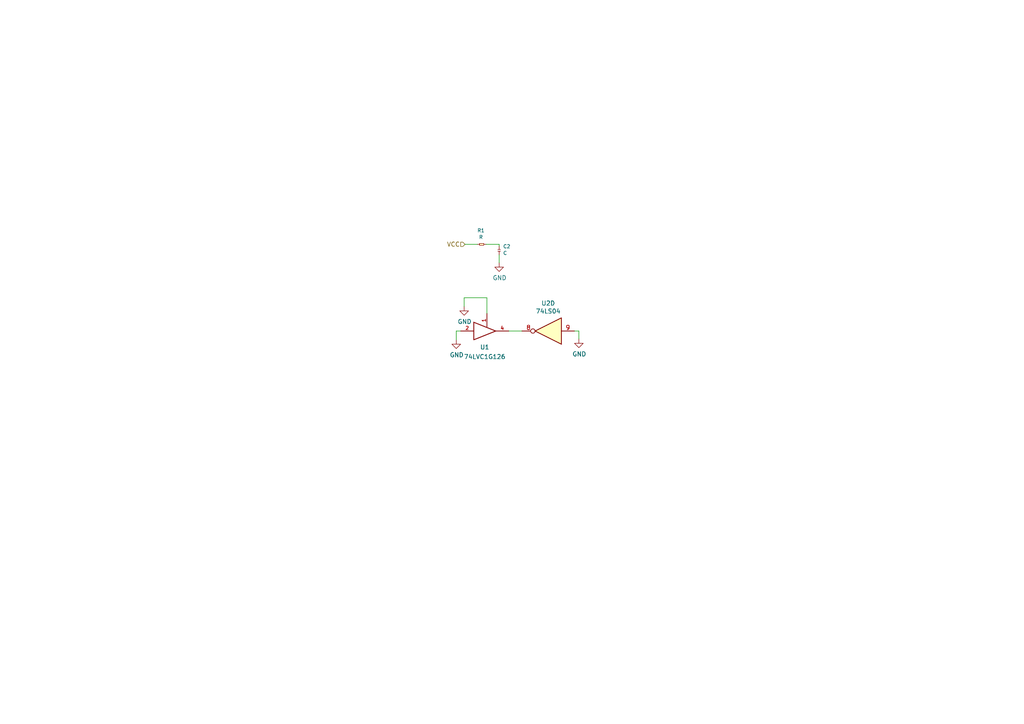
<source format=kicad_sch>
(kicad_sch (version 20211123) (generator eeschema)
  (paper "A4")
  (lib_symbols
    (symbol "74xx:74LS04"
      (property "Reference" "U" (at 0 1.27 0))
      (property "Value" "74LS04" (at 0 -1.27 0))
      (symbol "74LS04_1_0"
        (polyline (pts (xy -3.81 3.81) (xy -3.81 -3.81) (xy 3.81 0) (xy -3.81 3.81)) (stroke (width 0.254)) (fill (type background)))
        (pin input line (at -7.62 0 0) (length 3.81) (name "~") (number "1"))
        (pin output inverted (at 7.62 0 180) (length 3.81) (name "~") (number "2"))
      )
      (symbol "74LS04_2_0"
        (polyline (pts (xy -3.81 3.81) (xy -3.81 -3.81) (xy 3.81 0) (xy -3.81 3.81)) (stroke (width 0.254)) (fill (type background)))
        (pin input line (at -7.62 0 0) (length 3.81) (name "~") (number "3"))
        (pin output inverted (at 7.62 0 180) (length 3.81) (name "~") (number "4"))
      )
      (symbol "74LS04_3_0"
        (polyline (pts (xy -3.81 3.81) (xy -3.81 -3.81) (xy 3.81 0) (xy -3.81 3.81)) (stroke (width 0.254)) (fill (type background)))
        (pin input line (at -7.62 0 0) (length 3.81) (name "~") (number "5"))
        (pin output inverted (at 7.62 0 180) (length 3.81) (name "~") (number "6"))
      )
      (symbol "74LS04_4_0"
        (polyline (pts (xy -3.81 3.81) (xy -3.81 -3.81) (xy 3.81 0) (xy -3.81 3.81)) (stroke (width 0.254)) (fill (type background)))
        (pin output inverted (at 7.62 0 180) (length 3.81) (name "~") (number "8"))
        (pin input line (at -7.62 0 0) (length 3.81) (name "~") (number "9"))
      )
      (symbol "74LS04_5_0"
        (polyline (pts (xy -3.81 3.81) (xy -3.81 -3.81) (xy 3.81 0) (xy -3.81 3.81)) (stroke (width 0.254)) (fill (type background)))
        (pin output inverted (at 7.62 0 180) (length 3.81) (name "~") (number "10"))
        (pin input line (at -7.62 0 0) (length 3.81) (name "~") (number "11"))
      )
      (symbol "74LS04_6_0"
        (polyline (pts (xy -3.81 3.81) (xy -3.81 -3.81) (xy 3.81 0) (xy -3.81 3.81)) (stroke (width 0.254)) (fill (type background)))
        (pin output inverted (at 7.62 0 180) (length 3.81) (name "~") (number "12"))
        (pin input line (at -7.62 0 0) (length 3.81) (name "~") (number "13"))
      )
      (symbol "74LS04_7_0"
        (pin power_in line (at 0 12.7 270) (length 5.08) (name "VCC") (number "14"))
        (pin power_in line (at 0 -12.7 90) (length 5.08) (name "GND") (number "7"))
      )
      (symbol "74LS04_7_1"
        (rectangle (start -5.08 7.62) (end 5.08 -7.62) (stroke (width 0.254)) (fill (type background)))
      )
    )
    (symbol "power:GND" (power) (pin_names (offset 0))
      (property "Value" "GND" (at 0 -3.81 0))
      (symbol "GND_0_1"
        (polyline (pts (xy 0 0) (xy 0 -1.27) (xy 1.27 -1.27) (xy 0 -2.54) (xy -1.27 -1.27) (xy 0 -1.27)))
      )
      (symbol "GND_1_1"
        (pin power_in line (at 0 0 270) (length 0) hide (name "GND") (number "1"))
      )
    )
    (symbol "warning-project-rescue:74LVC1G126" (pin_names (offset 1.016))
      (property "Reference" "U" (at -2.54 3.81 0))
      (property "Value" "74LVC1G126" (at 0 -3.81 0))
      (symbol "74LVC1G126_0_1"
        (polyline (pts (xy -3.81 2.54) (xy -3.81 -2.54) (xy 2.54 0) (xy -3.81 2.54)) (stroke (width 0.254)))
      )
      (symbol "74LVC1G126_1_1"
        (pin input line (at 0 5.08 270) (length 3.937) (name "~") (number "1"))
        (pin input line (at -7.62 0 0) (length 3.81) (name "~") (number "2"))
        (pin power_in line (at 1.27 -1.27 270) (length 0) hide (name "GND") (number "3"))
        (pin tri_state line (at 6.35 0 180) (length 3.81) (name "~") (number "4"))
        (pin power_in line (at 1.27 1.27 90) (length 0) hide (name "VCC") (number "5"))
      )
    )
    (symbol "warning-project-rescue:C-passive" (pin_numbers hide) (pin_names (offset 1.016) hide)
      (property "Reference" "C" (at 0 1.27 0))
      (property "Value" "C-passive" (at 0 -1.27 0))
      (symbol "C-passive_0_1"
        (polyline (pts (xy -0.635 0) (xy -1.27 0)))
        (polyline (pts (xy -0.635 0) (xy -0.381 0)))
        (polyline (pts (xy -0.254 0.381) (xy -0.254 -0.381)))
        (polyline (pts (xy 0.254 0.381) (xy 0.254 -0.381)))
        (polyline (pts (xy 0.635 0) (xy 0.254 0)))
        (polyline (pts (xy 1.27 0) (xy 0.635 0)))
      )
      (symbol "C-passive_1_1"
        (pin passive line (at -1.27 0 0) (length 0) (name "1") (number "1"))
        (pin passive line (at 1.27 0 0) (length 0) (name "2") (number "2"))
      )
    )
    (symbol "warning-project-rescue:R-passive" (pin_numbers hide) (pin_names (offset 1.016) hide)
      (property "Reference" "R" (at 0 1.27 0))
      (property "Value" "R-passive" (at 0 -1.27 0))
      (symbol "R-passive_0_1"
        (polyline (pts (xy -0.635 0) (xy -1.27 0)))
        (polyline (pts (xy 1.27 0) (xy 0.635 0)))
        (rectangle (start 0.635 0.254) (end -0.635 -0.254) (fill (type background)))
      )
      (symbol "R-passive_1_1"
        (pin passive line (at -1.27 0 0) (length 0) (name "1") (number "1"))
        (pin passive line (at 1.27 0 0) (length 0) (name "2") (number "2"))
      )
    )
  )
  (wire (pts (xy 166.624 96.012) (xy 167.894 96.012)))
  (wire (pts (xy 167.894 96.012) (xy 167.894 98.298)))
  (wire (pts (xy 132.334 96.012) (xy 132.334 98.552)))
  (wire (pts (xy 138.43 70.866) (xy 134.874 70.866)))
  (wire (pts (xy 141.224 86.36) (xy 141.224 90.932)))
  (wire (pts (xy 144.78 73.914) (xy 144.78 76.2)))
  (wire (pts (xy 134.62 88.9) (xy 134.62 86.36)))
  (wire (pts (xy 151.384 96.012) (xy 147.574 96.012)))
  (wire (pts (xy 134.62 86.36) (xy 141.224 86.36)))
  (wire (pts (xy 133.604 96.012) (xy 132.334 96.012)))
  (wire (pts (xy 140.97 70.866) (xy 144.78 70.866)))
  (wire (pts (xy 144.78 70.866) (xy 144.78 71.374)))
  (hierarchical_label "VCC" (shape input) (at 134.874 70.866 180))
  (symbol (lib_id "warning-project-rescue:R-passive") (at 139.7 70.866 0) (unit 1)
    (property "Reference" "R1" (at 139.4968 66.8528 0) (effects (font (size 1.016 1.016))))
    (property "Value" "R" (at 139.4968 68.7832 0) (effects (font (size 1.016 1.016))))
    (property "Footprint" "Resistor_SMD:R_0402_1005Metric" (effects hide))
  )
  (symbol (lib_id "warning-project-rescue:C-passive") (at 144.78 72.644 270) (unit 1)
    (property "Reference" "C2" (at 145.8976 71.4756 90) (effects (font (size 1.016 1.016)) (justify left)))
    (property "Value" "C" (at 145.8976 73.406 90) (effects (font (size 1.016 1.016)) (justify left)))
    (property "Footprint" "Capacitor_SMD:C_0402_1005Metric" (effects hide))
  )
  (symbol (lib_id "power:GND") (at 144.78 76.2 0) (unit 1)
    (property "Reference" "#PWR03" (effects hide))
    (property "Value" "GND" (at 144.907 80.5942 0))
  )
  (symbol (lib_id "power:GND") (at 134.62 88.9 0) (unit 1)
    (property "Reference" "#PWR05" (effects hide))
    (property "Value" "GND" (at 134.747 93.2942 0))
  )
  (symbol (lib_id "power:GND") (at 132.334 98.552 0) (unit 1)
    (property "Reference" "#PWR04" (effects hide))
    (property "Value" "GND" (at 132.461 102.9462 0))
  )
  (symbol (lib_id "74xx:74LS04") (at 159.004 96.012 180) (unit 4)
    (property "Reference" "U2" (at 159.004 87.9602 0))
    (property "Value" "74LS04" (at 159.004 90.2716 0))
    (property "Datasheet" "http://www.ti.com/lit/gpn/sn74LS04" (effects hide))
  )
  (symbol (lib_id "warning-project-rescue:74LVC1G126") (at 141.224 96.012 0) (unit 1)
    (property "Reference" "U1" (at 140.589 100.7015 0))
    (property "Value" "74LVC1G126" (at 140.589 103.4766 0))
  )
  (symbol (lib_id "power:GND") (at 167.894 98.298 0) (unit 1)
    (property "Reference" "#PWR0102" (effects hide))
    (property "Value" "GND" (at 168.021 102.6922 0))
  )
)
</source>
